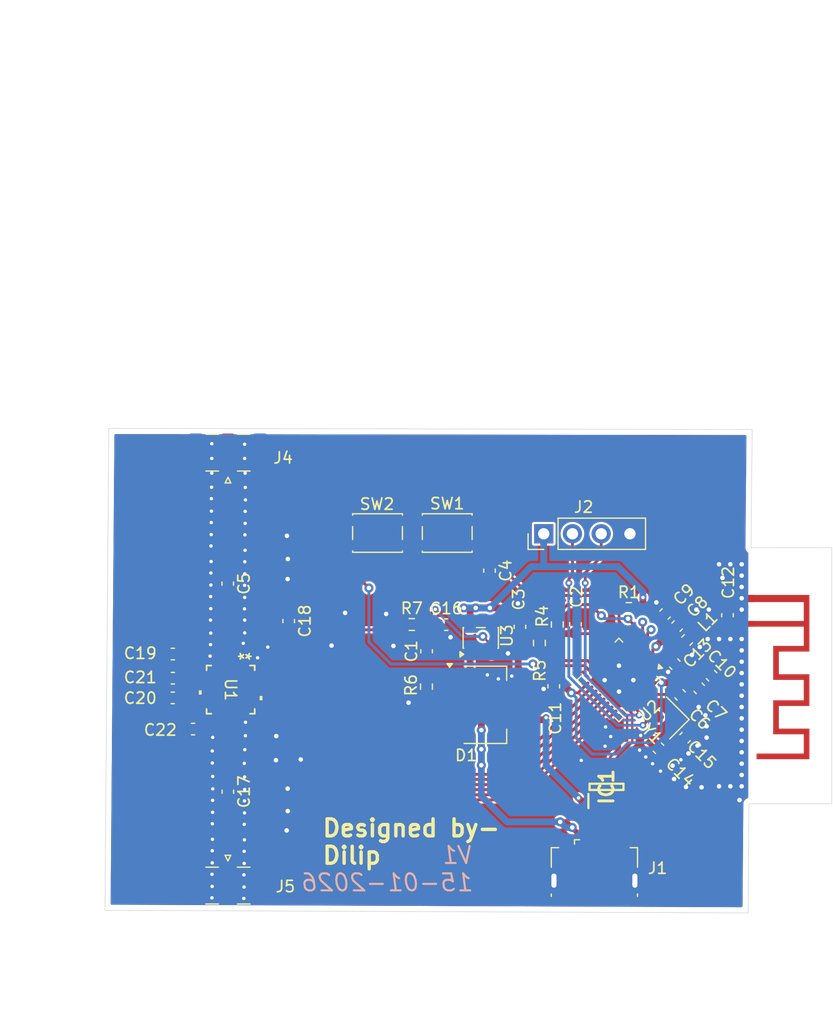
<source format=kicad_pcb>
(kicad_pcb (version 20241229) (generator "pcbnew") (generator_version "9.0")
  (layers (0 "F.Cu" signal) (2 "B.Cu" signal) (13 "F.Paste" user) (15 "B.Paste" user) (5 "F.SilkS" user "F.Silkscreen") (7 "B.SilkS" user "B.Silkscreen") (1 "F.Mask" user) (3 "B.Mask" user) (25 "Edge.Cuts" user))
  (net 0 "")
  (net 1 "GND")
  (net 2 "VDD")
  (net 3 "+3V3")
  (net 4 "/EN")
  (net 5 "Net-(U1-RF1)")
  (net 6 "Net-(J4-In)")
  (net 7 "Net-(AE1-A)")
  (net 8 "/ANT")
  (net 9 "Net-(U2-XTAL_N)")
  (net 10 "Net-(U2-XTAL_P)")
  (net 11 "Net-(U3-EN)")
  (net 12 "Net-(U1-RF2)")
  (net 13 "Net-(J5-In)")
  (net 14 "Net-(U1-ACG1)")
  (net 15 "Net-(U1-ACG6)")
  (net 16 "Net-(U1-ACG5)")
  (net 17 "Net-(U1-ACG7)")
  (net 18 "/VIN")
  (net 19 "/USB_+5V")
  (net 20 "/USB_D-")
  (net 21 "/D_N")
  (net 22 "/USB_D+")
  (net 23 "/D_P")
  (net 24 "/GPIO0")
  (net 25 "/GPIO2")
  (net 26 "/GPIO8")
  (net 27 "/BOOT")
  (net 28 "/TX")
  (net 29 "/RX")
  (net 41 "/V1")
  (net 42 "/V4")
  (net 43 "/V2")
  (net 44 "/V6")
  (net 45 "/V3")
  (net 46 "/V5")
  (net 51 "unconnected-(U2-XTAL_32K_N{slash}ADC1_CH1-Pad5)")
  (footprint "Connector_USB:USB_Micro-B_GCT_USB3076-30-A" (layer "F.Cu") (at 114.46 67.77)
    (property "Reference" "J1")
    (property "Value" "USB_B_Micro")
  )
  (footprint "MIFA_PCB_ANT:ESPRESSIF_ESP32_MIFA_2.4GHz_Right" (layer "F.Cu") (at 128.31 46.45 -90)
    (property "Reference" "AE1" (hide yes))
    (property "Value" "Antenna_Shield" (hide yes))
  )
  (footprint "Capacitor_SMD:C_0603_1608Metric" (layer "F.Cu") (at 99.63 48.725 -90)
    (property "Reference" "C1")
    (property "Value" "100n" (hide yes))
  )
  (footprint "Capacitor_SMD:C_0603_1608Metric" (layer "F.Cu") (at 105.19 41.605 -90)
    (property "Reference" "C4")
    (property "Value" "1u" (hide yes))
  )
  (footprint "Resistor_SMD:R_0603_1608Metric" (layer "F.Cu") (at 99.62 51.844 -90)
    (property "Reference" "R6")
    (property "Value" "10k" (hide yes))
  )
  (footprint "HMC472LP4:SMT_24_ADI" (layer "F.Cu") (at 82.314999 52.108299 -90)
    (property "Reference" "U1")
    (property "Value" "107010-HMC472LP4" (hide yes))
  )
  (footprint "Capacitor_SMD:C_0603_1608Metric" (layer "F.Cu") (at 120.121992 57.281992 -45)
    (property "Reference" "C14")
    (property "Value" "10p" (hide yes))
  )
  (footprint "Capacitor_SMD:C_0603_1608Metric" (layer "F.Cu") (at 124.818008 50.878008 -45)
    (property "Reference" "C10")
    (property "Value" "100n" (hide yes))
  )
  (footprint "Capacitor_SMD:C_0603_1608Metric" (layer "F.Cu") (at 77.21 51.0975 180)
    (property "Reference" "C21")
    (property "Value" "330p" (hide yes))
  )
  (footprint "Resistor_SMD:R_0603_1608Metric" (layer "F.Cu") (at 111.18 46.355 90)
    (property "Reference" "R4")
    (property "Value" "10k")
  )
  (footprint "Capacitor_SMD:C_0603_1608Metric" (layer "F.Cu") (at 82.07 61.12 -90)
    (property "Reference" "C17")
    (property "Value" "1000p" (hide yes))
  )
  (footprint "Capacitor_SMD:C_0603_1608Metric" (layer "F.Cu") (at 82.06 42.75 -90)
    (property "Reference" "C5")
    (property "Value" "1000p" (hide yes))
  )
  (footprint "Capacitor_SMD:C_0603_1608Metric" (layer "F.Cu") (at 122.471992 56.348008 -135)
    (property "Reference" "C15")
    (property "Value" "10p" (hide yes))
  )
  (footprint "Button_Switch_SMD:SW_SPST_PTS810" (layer "F.Cu") (at 95.295 38.285 180)
    (property "Reference" "SW2")
    (property "Value" "SW_Push" (hide yes))
  )
  (footprint "Resistor_SMD:R_0603_1608Metric" (layer "F.Cu") (at 109.6 47.995 -90)
    (property "Reference" "R5")
    (property "Value" "10k" (hide yes))
  )
  (footprint "Capacitor_SMD:C_0603_1608Metric" (layer "F.Cu") (at 121.57 49.86 -45)
    (property "Reference" "C13")
    (property "Value" "5.3pF" (hide yes))
  )
  (footprint "Capacitor_SMD:C_0603_1608Metric" (layer "F.Cu") (at 101.365 46.37)
    (property "Reference" "C16")
    (property "Value" "100n")
  )
  (footprint "Connector_Coaxial:SMA_Samtec_SMA-J-P-H-ST-EM1_EdgeMount" (layer "F.Cu") (at 82.08 31.1025 90)
    (property "Reference" "J4")
    (property "Value" "Conn_Coaxial" (hide yes))
  )
  (footprint "Capacitor_SMD:C_0603_1608Metric" (layer "F.Cu") (at 87.445 46.0525 -90)
    (property "Reference" "C18")
    (property "Value" "1000p" (hide yes))
  )
  (footprint "Capacitor_SMD:C_0603_1608Metric" (layer "F.Cu") (at 77.2 52.8375 180)
    (property "Reference" "C20")
    (property "Value" "330p" (hide yes))
  )
  (footprint "Inductor_SMD:L_0603_1608Metric" (layer "F.Cu") (at 122.653153 47.726847 45)
    (property "Reference" "L1")
    (property "Value" "1.8 nH" (hide yes))
  )
  (footprint "Button_Switch_SMD:SW_SPST_PTS810" (layer "F.Cu") (at 101.455 38.285)
    (property "Reference" "SW1")
    (property "Value" "SW_Push" (hide yes))
  )
  (footprint "Capacitor_SMD:C_0603_1608Metric" (layer "F.Cu") (at 77.205 48.9675 180)
    (property "Reference" "C19")
    (property "Value" "330p" (hide yes))
  )
  (footprint "Capacitor_SMD:C_0603_1608Metric" (layer "F.Cu") (at 112.79 46.335 90)
    (property "Reference" "C2")
    (property "Value" "1u")
  )
  (footprint "Connector_PinHeader_2.54mm:PinHeader_1x04_P2.54mm_Vertical" (layer "F.Cu") (at 109.98 38.35 90)
    (property "Reference" "J2")
    (property "Value" "Conn_01x04_Pin" (hide yes))
  )
  (footprint "Package_DFN_QFN:QFN-32-1EP_5x5mm_P0.5mm_EP3.45x3.45mm" (layer "F.Cu") (at 116.625 51.26399 -135)
    (property "Reference" "U2")
    (property "Value" "ESP32-C3")
  )
  (footprint "Resistor_SMD:R_0603_1608Metric" (layer "F.Cu") (at 98.325 46.36)
    (property "Reference" "R7")
    (property "Value" "10k" (hide yes))
  )
  (footprint "Capacitor_SMD:C_0603_1608Metric" (layer "F.Cu") (at 78.995 55.59 180)
    (property "Reference" "C22")
    (property "Value" "330p" (hide yes))
  )
  (footprint "Crystal:Crystal_SMD_2016-4Pin_2.0x1.6mm" (layer "F.Cu") (at 120.976066 54.603883 135)
    (property "Reference" "Y1")
    (property "Value" "40MHz" (hide yes))
  )
  (footprint "Capacitor_SMD:C_0603_1608Metric" (layer "F.Cu") (at 123.718008 51.998008 -45)
    (property "Reference" "C7")
    (property "Value" "10u" (hide yes))
  )
  (footprint "Capacitor_SMD:C_0603_1608Metric" (layer "F.Cu") (at 126.22 45.535 90)
    (property "Reference" "C12")
    (property "Value" "3.9 pF" (hide yes))
  )
  (footprint "Package_TO_SOT_SMD:SOT-223" (layer "F.Cu") (at 104.8 53.45)
    (property "Reference" "D1")
    (property "Value" "BAT120C" (hide yes))
  )
  (footprint "Package_TO_SOT_SMD:SOT-23-5" (layer "F.Cu") (at 104.42 47.5425 90)
    (property "Reference" "U3")
    (property "Value" "AP2112K-3.3" (hide yes))
  )
  (footprint "STF202:SOT95P275X110-6N" (layer "F.Cu") (at 115.53 60.69 90)
    (property "Reference" "IC1")
    (property "Value" "STF202-22T1G" (hide yes))
  )
  (footprint "Capacitor_SMD:C_0603_1608Metric" (layer "F.Cu") (at 120.708008 45.431992 45)
    (property "Reference" "C9")
    (property "Value" "1u" (hide yes))
  )
  (footprint "Capacitor_SMD:C_0603_1608Metric" (layer "F.Cu") (at 110.87 51.815 -90)
    (property "Reference" "C11")
    (property "Value" "0.1u" (hide yes))
  )
  (footprint "Connector_Coaxial:SMA_Samtec_SMA-J-P-H-ST-EM1_EdgeMount" (layer "F.Cu") (at 82.075 69.49 -90)
    (property "Reference" "J5")
    (property "Value" "Conn_Coaxial" (hide yes))
  )
  (footprint "Capacitor_SMD:C_0603_1608Metric" (layer "F.Cu") (at 121.771992 46.498008 45)
    (property "Reference" "C8")
    (property "Value" "10u" (hide yes))
  )
  (footprint "Capacitor_SMD:C_0603_1608Metric" (layer "F.Cu") (at 122.03 52.57 -45)
    (property "Reference" "C6")
    (property "Value" "100n" (hide yes))
  )
  (footprint "Resistor_SMD:R_0603_1608Metric" (layer "F.Cu") (at 117.505 44.95)
    (property "Reference" "R1")
    (property "Value" "10k")
  )
  (footprint "Capacitor_SMD:C_0603_1608Metric" (layer "F.Cu") (at 107.88 46.565 90)
    (property "Reference" "C3")
    (property "Value" "10u" (hide yes))
  )
  (gr_poly (pts (xy 128.459536 46.319003) (xy 127.399536 46.749003) (xy 127.139536 46.749003) (xy 127.139536 45.909003) (xy 127.399536 45.909003)) (stroke (width 0.2)) (fill yes) (layer "F.Cu") (net 7))
  (gr_poly (pts (xy 121.403602 49.564552) (xy 121.104 49.854) (xy 120.274 50.094) (xy 120.554 49.224) (xy 120.804 48.974)) (stroke (width 0.2)) (fill yes) (layer "F.Cu") (net 8))
  (gr_poly (pts (xy 71.54 29.05) (xy 128.4 29.14) (xy 128.3 39.57) (xy 135.43 39.58) (xy 135.43 62.19) (xy 128.12 62.19) (xy 128.04 71.82) (xy 71.21 71.59) (xy 71.55 29.08)) (stroke (width 0.05)) (fill no) (layer "Edge.Cuts"))
  (gr_text "Designed by-\nDilip" (at 90.29 67.63 0) (layer "F.SilkS") (effects (font (size 1.5 1.5) (thickness 0.3) (bold yes)) (justify left bottom)))
  (gr_text "V1\n15-01-2026" (at 103.88 70.02 0) (layer "B.SilkS") (effects (font (size 1.5 1.5) (thickness 0.1875) (italic yes)) (justify left bottom mirror)))
  (segment (start 103.53 37.21) (end 93.22 37.21) (width 0.25) (layer "F.Cu") (net 1))
  (segment (start 120.845934 53.916434) (end 120.21305 53.28355) (width 0.25) (layer "F.Cu") (net 1))
  (segment (start 98.631 52.669) (end 98.04 53.26) (width 0.6) (layer "F.Cu") (net 1))
  (segment (start 97.95 49.5) (end 99.63 49.5) (width 0.6) (layer "F.Cu") (net 1))
  (segment (start 106.83 48.916) (end 106.824 48.91) (width 0.25) (layer "F.Cu") (net 1))
  (segment (start 99.62 52.669) (end 98.631 52.669) (width 0.6) (layer "F.Cu") (net 1))
  (segment (start 102.174 47.055006) (end 101.746465 47.482541) (width 0.6) (layer "F.Cu") (net 1))
  (segment (start 106.83 49.97) (end 106.83 48.916) (width 0.25) (layer "F.Cu") (net 1))
  (segment (start 127.507 44.077) (end 127.474 44.044) (width 0.6) (layer "F.Cu") (net 1))
  (segment (start 104.42 48.68) (end 104.42 49.7) (width 0.25) (layer "F.Cu") (net 1))
  (segment (start 102.174 46.344) (end 102.174 47.055006) (width 0.6) (layer "F.Cu") (net 1))
  (segment (start 96.7 48.25) (end 97.95 49.5) (width 0.6) (layer "F.Cu") (net 1))
  (segment (start 104.42 49.7) (end 104.89 50.17) (width 0.25) (layer "F.Cu") (net 1))
  (segment (start 106.63 50.17) (end 106.83 49.97) (width 0.25) (layer "F.Cu") (net 1))
  (segment (start 121.058066 53.938117) (end 120.830117 53.938117) (width 0.25) (layer "F.Cu") (net 1))
  (segment (start 104.89 50.17) (end 106.63 50.17) (width 0.25) (layer "F.Cu") (net 1))
  (segment (start 120.845934 53.938117) (end 120.845934 53.916434) (width 0.25) (layer "F.Cu") (net 1))
  (segment (start 128.308 44.077) (end 127.507 44.077) (width 0.6) (layer "F.Cu") (net 1))
  (via (at 116.634 52.282) (size 0.8) (drill 0.4) (layers "F.Cu" "B.Cu") (net 1))
  (via (at 80.69 67.4) (size 0.6) (drill 0.3) (layers "F.Cu" "B.Cu") (net 1))
  (via (at 83.57 40.82) (size 0.6) (drill 0.3) (layers "F.Cu" "B.Cu") (net 1))
  (via (at 127.28437 61.855748) (size 0.8) (drill 0.4) (layers "F.Cu" "B.Cu") (net 1))
  (via (at 124.27 54.37) (size 0.8) (drill 0.4) (layers "F.Cu" "B.Cu") (net 1))
  (via (at 101.746465 47.482541) (size 0.8) (drill 0.4) (layers "F.Cu" "B.Cu") (net 1))
  (via (at 87.29 38.53) (size 0.8) (drill 0.4) (layers "F.Cu" "B.Cu") (net 1))
  (via (at 80.6 38.42) (size 0.6) (drill 0.3) (layers "F.Cu" "B.Cu") (net 1))
  (via (at 122.1 58.3) (size 0.6) (drill 0.3) (layers "F.Cu" "B.Cu") (net 1))
  (via (at 127.474 43.044) (size 0.8) (drill 0.4) (layers "F.Cu" "B.Cu") (net 1))
  (via (at 96.06 45.424) (size 0.8) (drill 0.4) (layers "F.Cu" "B.Cu") (net 1))
  (via (at 83.54 61.93) (size 0.6) (drill 0.3) (layers "F.Cu" "B.Cu") (net 1))
  (via (at 123.074 49.044) (size 0.8) (drill 0.4) (layers "F.Cu" "B.Cu") (net 1))
  (via (at 127.474 57.644) (size 0.8) (drill 0.4) (layers "F.Cu" "B.Cu") (net 1))
  (via (at 83.56 60.92) (size 0.6) (drill 0.3) (layers "F.Cu" "B.Cu") (net 1))
  (via (at 123.574 57.044) (size 0.8) (drill 0.4) (layers "F.Cu" "B.Cu") (net 1))
  (via (at 80.61 35.25) (size 0.6) (drill 0.3) (layers "F.Cu" "B.Cu") (net 1))
  (via (at 122.774 57.744) (size 0.8) (drill 0.4) (layers "F.Cu" "B.Cu") (net 1))
  (via (at 127.474 55.644) (size 0.8) (drill 0.4) (layers "F.Cu" "B.Cu") (net 1))
  (via (at 115.4 57.1) (size 0.6) (drill 0.3) (layers "F.Cu" "B.Cu") (net 1))
  (via (at 83.55 30.45) (size 0.6) (drill 0.3) (layers "F.Cu" "B.Cu") (net 1))
  (via (at 119.6 58.65) (size 0.6) (drill 0.3) (layers "F.Cu" "B.Cu") (net 1))
  (via (at 123.93 60.73) (size 0.8) (drill 0.4) (layers "F.Cu" "B.Cu") (net 1))
  (via (at 83.55 31.7) (size 0.6) (drill 0.3) (layers "F.Cu" "B.Cu") (net 1))
  (via (at 80.66 70.49) (size 0.6) (drill 0.3) (layers "F.Cu" "B.Cu") (net 1))
  (via (at 83.43 48.02) (size 0.6) (drill 0.3) (layers "F.Cu" "B.Cu") (net 1))
  (via (at 123.674 53.644) (size 0.8) (drill 0.4) (layers "F.Cu" "B.Cu") (net 1))
  (via (at 80.74 60.87) (size 0.6) (drill 0.3) (layers "F.Cu" "B.Cu") (net 1))
  (via (at 127.474 45.044) (size 0.8) (drill 0.4) (layers "F.Cu" "B.Cu") (net 1))
  (via (at 127.474 58.644) (size 0.8) (drill 0.4) (layers "F.Cu" "B.Cu") (net 1))
  (via (at 127.474 52.644) (size 0.8) (drill 0.4) (layers "F.Cu" "B.Cu") (net 1))
  (via (at 127.474 56.644) (size 0.8) (drill 0.4) (layers "F.Cu" "B.Cu") (net 1))
  (via (at 83.55 59.82) (size 0.6) (drill 0.3) (layers "F.Cu" "B.Cu") (net 1))
  (via (at 80.7 58.59) (size 0.6) (drill 0.3) (layers "F.Cu" "B.Cu") (net 1))
  (via (at 83.51 66.38) (size 0.6) (drill 0.3) (layers "F.Cu" "B.Cu") (net 1))
  (via (at 127.474 42.044) (size 0.8) (drill 0.4) (layers "F.Cu" "B.Cu") (net 1))
  (via (at 127.474 54.644) (size 0.8) (drill 0.4) (layers "F.Cu" "B.Cu") (net 1))
  (via (at 107.7 44.5) (size 0.8) (drill 0.4) (layers "F.Cu" "B.Cu") (net 1))
  (via (at 124.474 47.644) (size 0.8) (drill 0.4) (layers "F.Cu" "B.Cu") (net 1))
  (via (at 122.55 60.7) (size 0.8) (drill 0.4) (layers "F.Cu" "B.Cu") (net 1))
  (via (at 96.7 48.25) (size 0.8) (drill 0.4) (layers "F.Cu" "B.Cu") (net 1))
  (via (at 80.71 65.32) (size 0.6) (drill 0.3) (layers "F.Cu" "B.Cu") (net 1))
  (via (at 127.474 53.644) (size 0.8) (drill 0.4) (layers "F.Cu" "B.Cu") (net 1))
  (via (at 80.55 43.89) (size 0.6) (drill 0.3) (layers "F.Cu" "B.Cu") (net 1))
  (via (at 105 50.81) (size 0.6) (drill 0.3) (layers "F.Cu" "B.Cu") (net 1))
  (via (at 80.56 47.12) (size 0.6) (drill 0.3) (layers "F.Cu" "B.Cu") (net 1))
  (via (at 123.474 45.044) (size 0.8) (drill 0.4) (layers "F.Cu" "B.Cu") (net 1))
  (via (at 83.56 47.1) (size 0.6) (drill 0.3) (layers "F.Cu" "B.Cu") (net 1))
  (via (at 121.5 60) (size 0.8) (drill 0.4) (layers "F.Cu" "B.Cu") (net 1))
  (via (at 83.48 70.54) (size 0.6) (drill 0.3) (layers "F.Cu" "B.Cu") (net 1))
  (via (at 125.474 41.044) (size 0.8) (drill 0.4) (layers "F.Cu" "B.Cu") (net 1))
  (via (at 80.65 30.4) (size 0.6) (drill 0.3) (layers "F.Cu" "B.Cu") (net 1))
  (via (at 84.7 49.3) (size 0.6) (drill 0.3) (layers "F.Cu" "B.Cu") (net 1))
  (via (at 127.474 59.644) (size 0.8) (drill 0.4) (layers "F.Cu" "B.Cu") (net 1))
  (via (at 85.6 48.35) (size 0.6) (drill 0.3) (layers "F.Cu" "B.Cu") (net 1))
  (via (at 80.6 37.36) (size 0.6) (drill 0.3) (layers "F.Cu" "B.Cu") (net 1))
  (via (at 80.69 66.33) (size 0.6) (drill 0.3) (layers "F.Cu" "B.Cu") (net 1))
  (via (at 115.9 56.25) (size 0.6) (drill 0.3) (layers "F.Cu" "B.Cu") (net 1))
  (via (at 116.634 49.996) (size 0.8) (drill 0.4) (layers "F.Cu" "B.Cu") (net 1))
  (via (at 113.3 58.35) (size 0.6) (drill 0.3) (layers "F.Cu" "B.Cu") (net 1))
  (via (at 87.35 42.35) (size 0.8) (drill 0.4) (layers "F.Cu" "B.Cu") (net 1))
  (via (at 127.474 60.644) (size 0.8) (drill 0.4) (layers "F.Cu" "B.Cu") (net 1))
  (via (at 80.67 68.41) (size 0.6) (drill 0.3) (layers "F.Cu" "B.Cu") (net 1))
  (via (at 124.374 55.344) (size 0.8) (drill 0.4) (layers "F.Cu" "B.Cu") (net 1))
  (via (at 127.474 51.644) (size 0.8) (drill 0.4) (layers "F.Cu" "B.Cu") (net 1))
  (via (at 80.72 62.94) (size 0.6) (drill 0.3) (layers "F.Cu" "B.Cu") (net 1))
  (via (at 86.35 56.21) (size 0.8) (drill 0.4) (layers "F.Cu" "B.Cu") (net 1))
  (via (at 87.27 64.54) (size 0.8) (drill 0.4) (layers "F.Cu" "B.Cu") (net 1))
  (via (at 83.6 36.37) (size 0.6) (drill 0.3) (layers "F.Cu" "B.Cu") (net 1))
  (via (at 115.45 55.4) (size 0.6) (drill 0.3) (layers "F.Cu" "B.Cu") (net 1))
  (via (at 80.58 39.43) (size 0.6) (drill 0.3) (layers "F.Cu" "B.Cu") (net 1))
  (via (at 80.5 49.15) (size 0.6) (drill 0.3) (layers "F.Cu" "B.Cu") (net 1))
  (via (at 83.62 56.18) (size 0.6) (drill 0.3) (layers "F.Cu" "B.Cu") (net 1))
  (via (at 83.57 57.41) (size 0.6) (drill 0.3) (layers "F.Cu" "B.Cu") (net 1))
  (via (at 83.55 42.9) (size 0.6) (drill 0.3) (layers "F.Cu" "B.Cu") (net 1))
  (via (at 80.65 31.7) (size 0.6) (drill 0.3) (layers "F.Cu" "B.Cu") (net 1))
  (via (at 83.57 41.89) (size 0.6) (drill 0.3) (layers "F.Cu" "B.Cu") (net 1))
  (via (at 83.6 33) (size 0.6) (drill 0.3) (layers "F.Cu" "B.Cu") (net 1))
  (via (at 87.36 62.83) (size 0.8) (drill 0.4) (layers "F.Cu" "B.Cu") (net 1))
  (via (at 83.53 65.37) (size 0.6) (drill 0.3) (layers "F.Cu" "B.Cu") (net 1))
  (via (at 127.474 44.044) (size 0.8) (drill 0.4) (layers "F.Cu" "B.Cu") (net 1))
  (via (at 80.59 40.8) (size 0.6) (drill 0.3) (layers "F.Cu" "B.Cu") (net 1))
  (via (at 80.57 41.81) (size 0.6) (drill 0.3) (layers "F.Cu" "B.Cu") (net 1))
  (via (at 80.63 34.24) (size 0.6) (drill 0.3) (layers "F.Cu" "B.Cu") (net 1))
  (via (at 120.974 50.544) (size 0.8) (drill 0.4) (layers "F.Cu" "B.Cu") (net 1))
  (via (at 87.35 60.846) (size 0.8) (drill 0.4) (layers "F.Cu" "B.Cu") (net 1))
  (via (at 125.474 47.644) (size 0.8) (drill 0.4) (layers "F.Cu" "B.Cu") (net 1))
  (via (at 118.45 57.45) (size 0.6) (drill 0.3) (layers "F.Cu" "B.Cu") (net 1))
  (via (at 80.73 56.32) (size 0.6) (drill 0.3) (layers "F.Cu" "B.Cu") (net 1))
  (via (at 123.774 48.344) (size 0.8) (drill 0.4) (layers "F.Cu" "B.Cu") (net 1))
  (via (at 80.68 69.48) (size 0.6) (drill 0.3) (layers "F.Cu" "B.Cu") (net 1))
  (via (at 80.69 57.52) (size 0.6) (drill 0.3) (layers "F.Cu" "B.Cu") (net 1))
  (via (at 119.936 44.408) (size 0.8) (drill 0.4) (layers "F.Cu" "B.Cu") (net 1))
  (via (at 80.72 61.88) (size 0.6) (drill 0.3) (layers "F.Cu" "B.Cu") (net 1))
  (via (at 118.55 56.15) (size 0.6) (drill 0.3) (layers "F.Cu" "B.Cu") (net 1))
  (via (at 86.32 58.34) (size 0.8) (drill 0.4) (layers "F.Cu" "B.Cu") (net 1))
  (via (at 80.62 36.35) (size 0.6) (drill 0.3) (layers "F.Cu" "B.Cu") (net 1))
  (via (at 83.52 64) (size 0.6) (drill 0.3) (layers "F.Cu" "B.Cu") (net 1))
  (via (at 126.474 41.044) (size 0.8) (drill 0.4) (layers "F.Cu" "B.Cu") (net 1))
  (via (at 80.73 59.77) (size 0.6) (drill 0.3) (layers "F.Cu" "B.Cu") (net 1))
  (via (at 80.65 33) (size 0.6) (drill 0.3) (layers "F.Cu" "B.Cu") (net 1))
  (via (at 80.54 45.97) (size 0.6) (drill 0.3) (layers "F.Cu" "B.Cu") (net 1))
  (via (at 83.54 44.98) (size 0.6) (drill 0.3) (layers "F.Cu" "B.Cu") (net 1))
  (via (at 126.474 60.644) (size 0.8) (drill 0.4) (layers "F.Cu" "B.Cu") (net 1))
  (via (at 106.824 48.91) (size 0.8) (drill 0.4) (layers "F.Cu" "B.Cu") (net 1))
  (via (at 127.474 48.644) (size 0.8) (drill 0.4) (layers "F.Cu" "B.Cu") (net 1))
  (via (at 83.53 58.62) (size 0.6) (drill 0.3) (layers "F.Cu" "B.Cu") (net 1))
  (via (at 121.37 58.82) (size 0.8) (drill 0.4) (layers "F.Cu" "B.Cu") (net 1))
  (via (at 125.474 60.644) (size 0.8) (drill 0.4) (layers "F.Cu" "B.Cu") (net 1))
  (via (at 83.62 35.36) (size 0.6) (drill 0.3) (layers "F.Cu" "B.Cu") (net 1))
  (via (at 83.54 62.99) (size 0.6) (drill 0.3) (layers "F.Cu" "B.Cu") (net 1))
  (via (at 80.7 63.95) (size 0.6) (drill 0.3) (layers "F.Cu" "B.Cu") (net 1))
  (via (at 124.374 56.344) (size 0.8) (drill 0.4) (layers "F.Cu" "B.Cu") (net 1))
  (via (at 105.97 51.16) (size 0.6) (drill 0.3) (layers "F.Cu" "B.Cu") (net 1))
  (via (at 80.57 42.88) (size 0.6) (drill 0.3) (layers "F.Cu" "B.Cu") (net 1))
  (via (at 124.574 45.044) (size 0.8) (drill 0.4) (layers "F.Cu" "B.Cu") (net 1))
  (via (at 80.54 48.13) (size 0.6) (drill 0.3) (layers "F.Cu" "B.Cu") (net 1))
  (via (at 125.774 42.244) (size 0.8) (drill 0.4) (layers "F.Cu" "B.Cu") (net 1))
  (via (at 115.364 51.266) (size 0.8) (drill 0.4) (layers "F.Cu" "B.Cu") (net 1))
  (via (at 119 58.05) (size 0.6) (drill 0.3) (layers "F.Cu" "B.Cu") (net 1))
  (via (at 98.04 53.26) (size 0.8) (drill 0.4) (layers "F.Cu" "B.Cu") (net 1))
  (via (at 91.234 48.218) (size 0.8) (drill 0.4) (layers "F.Cu" "B.Cu") (net 1))
  (via (at 83.63 54.99) (size 0.6) (drill 0.3) (layers "F.Cu" "B.Cu") (net 1))
  (via (at 127.474 50.644) (size 0.8) (drill 0.4) (layers "F.Cu" "B.Cu") (net 1))
  (via (at 83.56 45.97) (size 0.6) (drill 0.3) (layers "F.Cu" "B.Cu") (net 1))
  (via (at 92.43 45.33) (size 0.8) (drill 0.4) (layers "F.Cu" "B.Cu") (net 1))
  (via (at 109.974 52.044) (size 0.8) (drill 0.4) (layers "F.Cu" "B.Cu") (net 1))
  (via (at 83.61 34.26) (size 0.6) (drill 0.3) (layers "F.Cu" "B.Cu") (net 1))
  (via (at 83.59 39.81) (size 0.6) (drill 0.3) (layers "F.Cu" "B.Cu") (net 1))
  (via (at 83.56 43.97) (size 0.6) (drill 0.3) (layers "F.Cu" "B.Cu") (net 1))
  (via (at 83.58 38.44) (size 0.6) (drill 0.3) (layers "F.Cu" "B.Cu") (net 1))
  (via (at 127.474 49.644) (size 0.8) (drill 0.4) (layers "F.Cu" "B.Cu") (net 1))
  (via (at 83.51 67.45) (size 0.6) (drill 0.3) (layers "F.Cu" "B.Cu") (net 1))
  (via (at 83.5 69.53) (size 0.6) (drill 0.3) (layers "F.Cu" "B.Cu") (net 1))
  (via (at 88.51 58.27) (size 0.8) (drill 0.4) (layers "F.Cu" "B.Cu") (net 1))
  (via (at 127.474 41.044) (size 0.8) (drill 0.4) (layers "F.Cu" "B.Cu") (net 1))
  (via (at 87.37 40.58) (size 0.8) (drill 0.4) (layers "F.Cu" "B.Cu") (net 1))
  (via (at 117.904 51.266) (size 0.8) (drill 0.4) (layers "F.Cu" "B.Cu") (net 1))
  (via (at 83.6 37.43) (size 0.6) (drill 0.3) (layers "F.Cu" "B.Cu") (net 1))
  (via (at 83.49 68.46) (size 0.6) (drill 0.3) (layers "F.Cu" "B.Cu") (net 1))
  (via (at 107.16 50.91) (size 0.6) (drill 0.3) (layers "F.Cu" "B.Cu") (net 1))
  (via (at 80.56 44.96) (size 0.6) (drill 0.3) (layers "F.Cu" "B.Cu") (net 1))
  (via (at 127.474 47.644) (size 0.8) (drill 0.4) (layers "F.Cu" "B.Cu") (net 1))
  (via (at 120.3 59.3) (size 0.6) (drill 0.3) (layers "F.Cu" "B.Cu") (net 1))
  (via (at 126.474 47.644) (size 0.8) (drill 0.4) (layers "F.Cu" "B.Cu") (net 1))
  (segment (start 85.5825 46.8275) (end 87.445 46.8275) (width 0.25) (layer "F.Cu") (net 2))
  (segment (start 103.474 50.514) (end 103.474 48.6815) (width 0.6) (layer "F.Cu") (net 2))
  (segment (start 103.474 48.6815) (end 103.2405 48.448) (width 0.6) (layer "F.Cu") (net 2))
  (segment (start 99.09 47.95) (end 99.63 47.95) (width 0.6) (layer "F.Cu") (net 2))
  (segment (start 97.0325 46.8275) (end 97.5 46.36) (width 0.25) (layer "F.Cu") (net 2))
  (segment (start 103.2405 48.448) (end 100.153 48.448) (width 0.6) (layer "F.Cu") (net 2))
  (segment (start 109.27 54.77) (end 110 54.77) (width 0.6) (layer "F.Cu") (net 2))
  (segment (start 83.065 49.345) (end 85.5825 46.8275) (width 0.25) (layer "F.Cu") (net 2))
  (segment (start 108.1 52.384) (end 108.1 52.57) (width 0.6) (layer "F.Cu") (net 2))
  (segment (start 100.153 48.448) (end 99.674 47.969) (width 0.6) (layer "F.Cu") (net 2))
  (segment (start 108.026 52.644) (end 105.604 52.644) (width 0.6) (layer "F.Cu") (net 2))
  (segment (start 108.1 52.57) (end 108.026 52.644) (width 0.6) (layer "F.Cu") (net 2))
  (segment (start 83.065 50.159098) (end 83.065 49.345) (width 0.25) (layer "F.Cu") (net 2))
  (segment (start 97.5 46.36) (end 99.09 47.95) (width 0.6) (layer "F.Cu") (net 2))
  (segment (start 114.58 61.94) (end 113.32 61.94) (width 0.6) (layer "F.Cu") (net 2))
  (segment (start 105.604 52.644) (end 103.474 50.514) (width 0.6) (layer "F.Cu") (net 2))
  (segment (start 87.445 46.8275) (end 97.0325 46.8275) (width 0.25) (layer "F.Cu") (net 2))
  (segment (start 110 54.77) (end 110.19 54.58) (width 0.6) (layer "F.Cu") (net 2))
  (segment (start 113.32 61.94) (end 113.05 61.67) (width 0.6) (layer "F.Cu") (net 2))
  (segment (start 107.95 53.45) (end 109.27 54.77) (width 0.6) (layer "F.Cu") (net 2))
  (segment (start 108.608 53.668) (end 108.608 54.568) (width 0.6) (layer "F.Cu") (net 2))
  (via (at 113.05 61.67) (size 0.6) (drill 0.3) (layers "F.Cu" "B.Cu") (net 2))
  (via (at 110.19 54.58) (size 0.6) (drill 0.3) (layers "F.Cu" "B.Cu") (net 2))
  (segment (start 110.19 58.81) (end 110.19 54.58) (width 0.6) (layer "B.Cu") (net 2))
  (segment (start 113.05 61.67) (end 110.19 58.81) (width 0.6) (layer "B.Cu") (net 2))
  (segment (start 112.425 52.395) (end 112.12 52.09) (width 0.6) (layer "F.Cu") (net 3))
  (segment (start 112.724 47.169) (end 112.774 47.119) (width 0.6) (layer "F.Cu") (net 3))
  (segment (start 120.374 51.494) (end 119.853146 51.494) (width 0.25) (layer "F.Cu") (net 3))
  (segment (start 111.099 51.069) (end 109.899 51.069) (width 0.6) (layer "F.Cu") (net 3))
  (segment (start 106.59 47.34) (end 107.88 47.34) (width 0.6) (layer "F.Cu") (net 3))
  (segment (start 112.425 52.395) (end 111.099 51.069) (width 0.6) (layer "F.Cu") (net 3))
  (segment (start 119.093984 44.916) (end 120.149992 45.972008) (width 0.6) (layer "F.Cu") (net 3))
  (segment (start 103.374 44.894) (end 103.974 44.894) (width 0.25) (layer "F.Cu") (net 3))
  (segment (start 121.165992 47.025548) (end 119.89754 48.294) (width 0.6) (layer "F.Cu") (net 3))
  (segment (start 119.241456 50.426311) (end 119.241456 50.42631) (width 0.25) (layer "F.Cu") (net 3))
  (segment (start 103.474 44.994) (end 103.374 44.894) (width 0.25) (layer "F.Cu") (net 3))
  (segment (start 119.241456 52.105689) (end 119.241457 52.105689) (width 0.25) (layer "F.Cu") (net 3))
  (segment (start 119.853146 51.494) (end 119.59501 51.752136) (width 0.25) (layer "F.Cu") (net 3))
  (segment (start 119.241457 52.105689) (end 119.59501 51.752136) (width 0.25) (layer "F.Cu") (net 3))
  (segment (start 109.474 47.119) (end 109.574 47.219) (width 0.6) (layer "F.Cu") (net 3))
  (segment (start 119.62256 48.56898) (end 119.89754 48.294) (width 0.25) (layer "F.Cu") (net 3))
  (segment (start 123.175992 51.445992) (end 122.633992 51.987992) (width 0.6) (layer "F.Cu") (net 3))
  (segment (start 118.887903 50.072757) (end 118.895243 50.072757) (width 0.25) (layer "F.Cu") (net 3))
  (segment (start 113.023 52.395) (end 113.665864 51.752136) (width 0.25) (layer "F.Cu") (net 3))
  (segment (start 119.241456 50.42631) (end 118.887903 50.072757) (width 0.25) (layer "F.Cu") (net 3))
  (segment (start 118.887903 50.072757) (end 119.62256 49.3381) (width 0.25) (layer "F.Cu") (net 3))
  (segment (start 106.48 47.25) (end 106.58 47.35) (width 0.6) (layer "F.Cu") (net 3))
  (segment (start 109.574 50.744) (end 108.274 50.744) (width 0.6) (layer "F.Cu") (net 3))
  (segment (start 106.58 47.35) (end 106.59 47.34) (width 0.6) (layer "F.Cu") (net 3))
  (segment (start 121.419992 51.987992) (end 120.926 51.494) (width 0.6) (layer "F.Cu") (net 3))
  (segment (start 106.48 45.32) (end 106.48 47.25) (width 0.6) (layer "F.Cu") (net 3))
  (segment (start 118.75 43.969) (end 118.75 44.53) (width 0.6) (layer "F.Cu") (net 3))
  (segment (start 114.742 48.31334) (end 114.742 47.862) (width 0.25) (layer "F.Cu") (net 3))
  (segment (start 107.724 47.119) (end 109.474 47.119) (width 0.6) (layer "F.Cu") (net 3))
  (segment (start 114.049 47.169) (end 112.824 47.169) (width 0.25) (layer "F.Cu") (net 3))
  (segment (start 112.425 52.395) (end 113.023 52.395) (width 0.25) (layer "F.Cu") (net 3))
  (segment (start 103.474 46.4065) (end 103.474 44.994) (width 0.6) (layer "F.Cu") (net 3))
  (segment (start 120.149992 45.972008) (end 121.165992 46.988008) (width 0.6) (layer "F.Cu") (net 3))
  (segment (start 120.926 51.494) (end 120.374 51.494) (width 0.6) (layer "F.Cu") (net 3))
  (segment (start 114.742 47.862) (end 114.049 47.169) (width 0.25) (layer "F.Cu") (net 3))
  (segment (start 124.275992 50.345992) (end 123.175992 51.445992) (width 0.6) (layer "F.Cu") (net 3))
  (segment (start 122.633992 51.987992) (end 121.419992 51.987992) (width 0.6) (layer "F.Cu") (net 3))
  (segment (start 109.574 47.219) (end 111.124 47.219) (width 0.6) (layer "F.Cu") (net 3))
  (segment (start 111.174 47.169) (end 112.724 47.169) (width 0.6) (layer "F.Cu") (net 3))
  (segment (start 111.124 47.219) (end 111.174 47.169) (width 0.6) (layer "F.Cu") (net 3))
  (segment (start 119.62256 49.3381) (end 119.62256 48.56898) (width 0.25) (layer "F.Cu") (net 3))
  (segment (start 102.924 44.894) (end 105.224 44.894) (width 0.6) (layer "F.Cu") (net 3))
  (segment (start 112.824 47.169) (end 112.774 47.119) (width 0.25) (layer "F.Cu") (net 3))
  (segment (start 105.224 44.894) (end 106.054 44.894) (width 0.6) (layer "F.Cu") (net 3))
  (segment (start 108.274 50.744) (end 107.724 50.194) (width 0.6) (layer "F.Cu") (net 3))
  (segment (start 118.75 44.53) (end 118.33 44.95) (width 0.6) (layer "F.Cu") (net 3))
  (segment (start 118.221 44.916) (end 119.093984 44.916) (width 0.6) (layer "F.Cu") (net 3))
  (segment (start 107.724 50.194) (end 107.724 47.119) (width 0.6) (layer "F.Cu") (net 3))
  (segment (start 113.665864 51.752136) (end 113.67299 51.752136) (width 0.25) (layer "F.Cu") (net 3))
  (segment (start 106.054 44.894) (end 106.48 45.32) (width 0.6) (layer "F.Cu") (net 3))
  (segment (start 121.165992 46.988008) (end 121.165992 47.025548) (width 0.25) (layer "F.Cu") (net 3))
  (segment (start 109.899 51.069) (end 109.574 50.744) (width 0.6) (layer "F.Cu") (net 3))
  (segment (start 115.440757 49.012097) (end 114.742 48.31334) (width 0.25) (layer "F.Cu") (net 3))
  (via (at 120.374 51.494) (size 0.8) (drill 0.4) (layers "F.Cu" "B.Cu") (net 3))
  (via (at 105.224 44.894) (size 0.8) (drill 0.4) (layers "F.Cu" "B.Cu") (net 3))
  (via (at 103.974 44.894) (size 0.8) (drill 0.4) (layers "F.Cu" "B.Cu") (net 3))
  (via (at 112.425 52.395) (size 0.8) (drill 0.4) (layers "F.Cu" "B.Cu") (net 3))
  (via (at 118.75 43.969) (size 0.6) (drill 0.3) (layers "F.Cu" "B.Cu") (net 3))
  (via (at 119.89754 48.294) (size 0.8) (drill 0.4) (layers "F.Cu" "B.Cu") (net 3))
  (via (at 102.924 44.894) (size 0.8) (drill 0.4) (layers "F.Cu" "B.Cu") (net 3))
  (segment (start 109.99 41.25) (end 116.54 41.25) (width 0.6) (layer "B.Cu") (net 3))
  (segment (start 102.924 44.894) (end 105.224 44.894) (width 0.6) (layer "B.Cu") (net 3))
  (segment (start 114.275 57.8) (end 116.45 57.8) (width 0.25) (layer "B.Cu") (net 3))
  (segment (start 117.45 56.8) (end 119.4 56.8) (width 0.25) (layer "B.Cu") (net 3))
  (segment (start 112.85 56.375) (end 114.275 57.8) (width 0.25) (layer "B.Cu") (net 3))
  (segment (start 116.45 57.8) (end 117.45 56.8) (width 0.25) (layer "B.Cu") (net 3))
  (segment (start 120.374 55.826) (end 120.374 51.494) (width 0.25) (layer "B.Cu") (net 3))
  (segment (start 116.54 41.25) (end 118.75 43.46) (width 0.6) (layer "B.Cu") (net 3))
  (segment (start 109.98 38.35) (end 109.98 41.24) (width 0.6) (layer "B.Cu") (net 3))
  (segment (start 118.75 43.46) (end 118.75 43.969) (width 0.6) (layer "B.Cu") (net 3))
  (segment (start 105.224 44.894) (end 108.868 41.25) (width 0.6) (layer "B.Cu") (net 3))
  (segment (start 112.425 52.395) (end 112.85 52.82) (width 0.25) (layer "B.Cu") (net 3))
  (segment (start 109.98 41.24) (end 109.99 41.25) (width 0.6) (layer "B.Cu") (net 3))
  (segment (start 119.4 56.8) (end 120.374 55.826) (width 0.25) (layer "B.Cu") (net 3))
  (segment (start 108.868 41.25) (end 109.99 41.25) (width 0.6) (layer "B.Cu") (net 3))
  (segment (start 112.85 52.82) (end 112.85 56.375) (width 0.25) (layer "B.Cu") (net 3))
  (segment (start 115.455 43.8) (end 108.75 43.8) (width 0.25) (layer "F.Cu") (net 4))
  (segment (start 99.38 39.36) (end 103.53 39.36) (width 0.25) (layer "F.Cu") (net 4))
  (segment (start 108.75 43.8) (end 105.87 40.92) (width 0.25) (layer "F.Cu") (net 4))
  (segment (start 105.19 40.83) (end 105 40.83) (width 0.25) (layer "F.Cu") (net 4))
  (segment (start 105.87 40.92) (end 105.28 40.92) (width 0.25) (layer "F.Cu") (net 4))
  (segment (start 116.634718 46.074168) (end 116.634718 44.979718) (width 0.25) (layer "F.Cu") (net 4))
  (segment (start 105 40.83) (end 103.53 39.36) (width 0.25) (layer "F.Cu") (net 4))
  (segment (start 117.816514 47.255964) (end 116.634718 46.074168) (width 0.25) (layer "F.Cu") (net 4))
  (segment (start 116.634718 44.979718) (end 115.455 43.8) (width 0.25) (layer "F.Cu") (net 4))
  (segment (start 117.473689 48.658544) (end 117.816514 48.315719) (width 0.25) (layer "F.Cu") (net 4))
  (segment (start 105.28 40.92) (end 105.19 40.83) (width 0.25) (layer "F.Cu") (net 4))
  (segment (start 117.816514 48.315719) (end 117.816514 47.255964) (width 0.25) (layer "F.Cu") (net 4))
  (segment (start 82.064999 49.007497) (end 82.06 49.002498) (width 0.25) (layer "F.Cu") (net 5))
  (segment (start 82.064999 50.159098) (end 82.064999 49.007497) (width 0.25) (layer "F.Cu") (net 5))
  (segment (start 82.06 43.525) (end 82.06 49.002498) (width 1.3) (layer "F.Cu") (net 5))
  (segment (start 82.08 31.1025) (end 82.08 41.955) (width 1.3) (layer "F.Cu") (net 6))
  (segment (start 127.132 46.326) (end 127.134 46.324) (width 1.04021) (layer "F.Cu") (net 7))
  (segment (start 123.230847 47.187153) (end 124.092 46.326) (width 1.3) (layer "F.Cu") (net 7))
  (segment (start 127.146 46.312) (end 127.134 46.324) (width 0.25) (layer "F.Cu") (net 7))
  (segment (start 126.032 46.326) (end 127.132 46.326) (width 1.3) (layer "F.Cu") (net 7))
  (segment (start 124.092 46.326) (end 126.032 46.326) (width 1.3) (layer "F.Cu") (net 7))
  (segment (start 128.308 46.312) (end 127.146 46.312) (width 0.25) (layer "F.Cu") (net 7))
  (segment (start 119.59501 50.779864) (end 119.595026 50.779864) (width 0.25) (layer "F.Cu") (net 8))
  (segment (start 121.038992 49.335898) (end 121.038992 49.320992) (width 0.25) (layer "F.Cu") (net 8))
  (segment (start 119.59501 50.779864) (end 119.59501 50.764974) (width 0.25) (layer "F.Cu") (net 8))
  (segment (start 122.117153 48.300847) (end 122.072247 48.300847) (width 1.04021) (layer "F.Cu") (net 8))
  (segment (start 122.072247 48.300847) (end 121.045547 49.327547) (width 1.3) (layer "F.Cu") (net 8))
  (segment (start 119.59501 50.764974) (end 121.038992 49.320992) (width 0.25) (layer "F.Cu") (net 8))
  (segment (start 119.387992 55.396059) (end 120.068117 54.715934) (width 0.25) (layer "F.Cu") (net 9))
  (segment (start 120.068117 54.346564) (end 120.068117 54.715934) (width 0.25) (layer "F.Cu") (net 9))
  (segment (start 118.534349 52.812796) (end 120.068117 54.346564) (width 0.25) (layer "F.Cu") (net 9))
  (segment (start 119.387992 56.559992) (end 119.387992 55.396059) (width 0.25) (layer "F.Cu") (net 9))
  (segment (start 119.230727 52.802067) (end 118.887903 52.459243) (width 0.25) (layer "F.Cu") (net 10))
  (segment (start 120.837308 52.536) (end 119.936 52.536) (width 0.25) (layer "F.Cu") (net 10))
  (segment (start 119.669933 52.802067) (end 119.230727 52.802067) (width 0.25) (layer "F.Cu") (net 10))
  (segment (start 123.024008 55.797992) (end 122.705809 55.797992) (width 0.25) (layer "F.Cu") (net 10))
  (segment (start 119.936 52.536) (end 119.669933 52.802067) (width 0.25) (layer "F.Cu") (net 10))
  (segment (start 121.835883 53.534575) (end 120.837308 52.536) (width 0.25) (layer "F.Cu") (net 10))
  (segment (start 121.835883 54.928066) (end 121.835883 53.534575) (width 0.25) (layer "F.Cu") (net 10))
  (segment (start 122.705809 55.797992) (end 121.835883 54.928066) (width 0.25) (layer "F.Cu") (net 10))
  (segment (start 99.7 46.37) (end 99.16 46.37) (width 0.25) (layer "F.Cu") (net 11))
  (segment (start 105.374 48.6815) (end 105.374 49.244) (width 0.25) (layer "F.Cu") (net 11))
  (segment (start 105.37 48.68) (end 105.37 48.185664) (width 0.2) (layer "F.Cu") (net 11))
  (segment (start 100.59 46.37) (end 99.7 46.37) (width 0.25) (layer "F.Cu") (net 11))
  (segment (start 99.7 46.37) (end 99.7 45.72) (width 0.25) (layer "F.Cu") (net 11))
  (segment (start 105.37 48.185664) (end 104.602085 47.417749) (width 0.2) (layer "F.Cu") (net 11))
  (segment (start 99.7 45.72) (end 100.4 45.02) (width 0.25) (layer "F.Cu") (net 11))
  (segment (start 99.16 46.37) (end 99.15 46.36) (width 0.25) (layer "F.Cu") (net 11))
  (via (at 104.602085 47.417749) (size 0.8) (drill 0.4) (layers "F.Cu" "B.Cu") (net 11))
  (via (at 100.4 45.02) (size 0.6) (drill 0.3) (layers "F.Cu" "B.Cu") (net 11))
  (segment (start 102.797749 47.417749) (end 104.602085 47.417749) (width 0.25) (layer "B.Cu") (net 11))
  (segment (start 100.4 45.02) (end 102.797749 47.417749) (width 0.25) (layer "B.Cu") (net 11))
  (segment (start 82.064999 54.0575) (end 82.064999 55.209099) (width 0.25) (layer "F.Cu") (net 12))
  (segment (start 82.07 60.345) (end 82.07 55.2141) (width 1.3) (layer "F.Cu") (net 12))
  (segment (start 82.064999 55.209099) (end 82.07 55.2141) (width 0.25) (layer "F.Cu") (net 12))
  (segment (start 82.07 61.895) (end 82.07 69.485) (width 1.3) (layer "F.Cu") (net 13))
  (segment (start 82.07 69.485) (end 82.075 69.49) (width 1.2) (layer "F.Cu") (net 13))
  (segment (start 80.365798 50.345798) (end 78.9875 48.9675) (width 0.25) (layer "F.Cu") (net 14))
  (segment (start 81.064999 50.159098) (end 80.687999 50.159098) (width 0.25) (layer "F.Cu") (net 14))
  (segment (start 80.687999 50.159098) (end 80.365798 50.481299) (width 0.25) (layer "F.Cu") (net 14))
  (segment (start 80.365798 50.481299) (end 80.365798 50.858299) (width 0.25) (layer "F.Cu") (net 14))
  (segment (start 78.9875 48.9675) (end 77.98 48.9675) (width 0.25) (layer "F.Cu") (net 14))
  (segment (start 80.365798 51.858299) (end 80.365798 50.858299) (width 0.25) (layer "F.Cu") (net 14))
  (segment (start 80.365798 50.858299) (end 80.365798 50.345798) (width 0.25) (layer "F.Cu") (net 14))
  (segment (start 80.365798 52.8583) (end 77.9958 52.8583) (width 0.25) (layer "F.Cu") (net 15))
  (segment (start 77.9958 52.8583) (end 77.975 52.8375) (width 0.25) (layer "F.Cu") (net 15))
  (segment (start 80.365798 52.358299) (end 79.731198 52.358299) (width 0.25) (layer "F.Cu") (net 16))
  (segment (start 78.470399 51.0975) (end 77.985 51.0975) (width 0.25) (layer "F.Cu") (net 16))
  (segment (start 79.731198 52.358299) (end 78.470399 51.0975) (width 0.25) (layer "F.Cu") (net 16))
  (segment (start 81.064999 54.615001) (end 81.064999 54.0575) (width 0.25) (layer "F.Cu") (net 17))
  (segment (start 79.77 55.59) (end 79.925 55.435) (width 0.25) (layer "F.Cu") (net 17))
  (segment (start 80.245 55.435) (end 81.064999 54.615001) (width 0.25) (layer "F.Cu") (net 17))
  (segment (start 79.925 55.435) (end 80.245 55.435) (width 0.25) (layer "F.Cu") (net 17))
  (segment (start 101.634 55.598) (end 101.8 55.598) (width 0.6) (layer "F.Cu") (net 18))
  (segment (start 104.47 54.63) (end 103.61 53.77) (width 0.6) (layer "F.Cu") (net 19))
  (segment (start 103.61 53.77) (end 103.61 52.59) (width 0.6) (layer "F.Cu") (net 19))
  (segment (start 102.17 51.15) (end 101.65 51.15) (width 0.6) (layer "F.Cu") (net 19))
  (segment (start 111.28 63.78) (end 111.98 63.78) (width 0.45) (layer "F.Cu") (net 19))
  (segment (start 103.61 52.59) (end 102.17 51.15) (width 0.6) (layer "F.Cu") (net 19))
  (segment (start 104.47 55.68) (end 104.47 54.63) (width 0.6) (layer "F.Cu") (net 19))
  (segment (start 101.479 51.319) (end 101.8 50.998) (width 0.6) (layer "F.Cu") (net 19))
  (segment (start 111.98 63.78) (end 113.16 64.96) (width 0.45) (layer "F.Cu") (net 19))
  (segment (start 113.16 64.96) (end 113.16 66.32) (width 0.45) (layer "F.Cu") (net 19))
  (segment (start 104.47 57.37) (end 104.47 55.68) (width 0.6) (layer "F.Cu") (net 19))
  (segment (start 101.779 51.019) (end 101.8 50.998) (width 0.6) (layer "F.Cu") (net 19))
  (segment (start 104.47 58.78) (end 104.47 57.37) (width 0.6) (layer "F.Cu") (net 19))
  (segment (start 99.774 51.019) (end 101.779 51.019) (width 0.6) (layer "F.Cu") (net 19))
  (via (at 104.47 58.78) (size 0.8) (drill 0.4) (layers "F.Cu" "B.Cu") (net 19))
  (via (at 111.44 63.78) (size 0.8) (drill 0.4) (layers "F.Cu" "B.Cu") (net 19))
  (via (at 112.5 64.28) (size 0.8) (drill 0.4) (layers "F.Cu" "B.Cu") (net 19))
  (via (at 104.47 57.37) (size 0.8) (drill 0.4) (layers "F.Cu" "B.Cu") (net 19))
  (via (at 104.47 55.68) (size 0.8) (drill 0.4) (layers "F.Cu" "B.Cu") (net 19))
  (segment (start 112.5 64.28) (end 111.94 64.28) (width 0.6) (layer "B.Cu") (net 19))
  (segment (start 106.74 63.78) (end 111.44 63.78) (width 0.6) (layer "B.Cu") (net 19))
  (segment (start 111.94 64.28) (end 111.44 63.78) (width 0.6) (layer "B.Cu") (net 19))
  (segment (start 104.47 61.51) (end 106.74 63.78) (width 0.6) (layer "B.Cu") (net 19))
  (segment (start 104.47 55.68) (end 104.47 61.51) (width 0.6) (layer "B.Cu") (net 19))
  (segment (start 115.839999 59.73) (end 115.59 59.979999) (width 0.2) (layer "F.Cu") (net 20))
  (segment (start 116.506471 57.41533) (end 116.496274 57.425528) (width 0.2) (layer "F.Cu") (net 20))
  (segment (start 117.355 55.673967) (end 117.355 56.323967) (width 0.2) (layer "F.Cu") (net 20))
  (segment (start 117.355 54.43351) (end 117.355 55.673967) (width 0.2) (layer "F.Cu") (net 20))
  (segment (start 116.845464 56.566802) (end 116.675967 56.736298) (width 0.2) (layer "F.Cu") (net 20))
  (segment (start 117.111136 54.225) (end 117.14649 54.225) (width 0.2) (layer "F.Cu") (net 20))
  (segment (start 115.839999 58.081803) (end 115.839999 59.73) (width 0.2) (layer "F.Cu") (net 20))
  (segment (start 117.355 56.323967) (end 117.355 56.566802) (width 0.2) (layer "F.Cu") (net 20))
  (segment (start 116.091973 57.829829) (end 115.839999 58.081803) (width 0.2) (layer "F.Cu") (net 20))
  (segment (start 116.496274 57.425528) (end 116.428364 57.493438) (width 0.2) (layer "F.Cu") (net 20))
  (segment (start 117.14649 54.225) (end 117.355 54.43351) (width 0.2) (layer "F.Cu") (net 20))
  (segment (start 116.428364 57.493438) (end 116.091973 57.829829) (width 0.2) (layer "F.Cu") (net 20))
  (segment (start 116.675967 57.245833) (end 116.506471 57.41533) (width 0.2) (layer "F.Cu") (net 20))
  (arc (start 117.355 56.566802) (mid 117.227616 56.619566) (end 117.100232 56.566802) (width 0.2) (layer "F.Cu") (net 20))
  (arc (start 116.675967 56.991066) (mid 116.72873 57.11845) (end 116.675967 57.245833) (width 0.2) (layer "F.Cu") (net 20))
  (arc (start 117.100232 56.566802) (mid 116.972848 56.514038) (end 116.845464 56.566802) (width 0.2) (layer "F.Cu") (net 20))
  (arc (start 116.675967 56.736298) (mid 116.623203 56.863682) (end 116.675967 56.991066) (width 0.2) (layer "F.Cu") (net 20))
  (segment (start 115.78 63.127501) (end 115.78 63.551802) (width 0.2) (layer "F.Cu") (net 21))
  (segment (start 115.53 61.94) (end 115.53 62.877501) (width 0.2) (layer "F.Cu") (net 21))
  (segment (start 113.81 65.82) (end 113.81 66.32) (width 0.2) (layer "F.Cu") (net 21))
  (segment (start 113.91 65.72) (end 113.81 65.82) (width 0.2) (layer "F.Cu") (net 21))
  (segment (start 113.91 65.421802) (end 113.91 65.72) (width 0.2) (layer "F.Cu") (net 21))
  (segment (start 114.410901 64.920901) (end 113.91 65.421802) (width 0.2) (layer "F.Cu") (net 21))
  (segment (start 115.016967 64.314833) (end 114.931471 64.40033) (width 0.2) (layer "F.Cu") (net 21))
  (segment (start 115.102464 63.551802) (end 115.016967 63.637298) (width 0.2) (layer "F.Cu") (net 21))
  (segment (start 115.59625 62.943751) (end 115.78 63.127501) (width 0.2) (layer "F.Cu") (net 21))
  (segment (start 115.53 62.877501) (end 115.59625 62.943751) (width 0.2) (layer "F.Cu") (net 21))
  (segment (start 114.931471 64.40033) (end 114.410901 64.920901) (width 0.2) (layer "F.Cu") (net 21))
  (arc (start 115.441232 63.551802) (mid 115.271848 63.481641) (end 115.102464 63.551802) (width 0.2) (layer "F.Cu") (net 21))
  (arc (start 115.016967 63.637298) (mid 114.946806 63.806682) (end 115.016967 63.976066) (width 0.2) (layer "F.Cu") (net 21))
  (arc (start 115.016967 63.976066) (mid 115.087127 64.14545) (end 115.016967 64.314833) (width 0.2) (layer "F.Cu") (net 21))
  (arc (start 115.78 63.551802) (mid 115.610616 63.621963) (end 115.441232 63.551802) (width 0.2) (layer "F.Cu") (net 21))
  (segment (start 117.464689 53.871446) (end 117.464689 53.906801) (width 0.2) (layer "F.Cu") (net 22))
  (segment (start 117.805 54.247112) (end 117.805 56.753198) (width 0.2) (layer "F.Cu") (net 22))
  (segment (start 117.805 56.753198) (end 116.29 58.268198) (width 0.2) (layer "F.Cu") (net 22))
  (segment (start 116.29 59.73) (end 116.54 59.98) (width 0.2) (layer "F.Cu") (net 22))
  (segment (start 116.29 58.268198) (end 116.29 59.73) (width 0.2) (layer "F.Cu") (net 22))
  (segment (start 117.464689 53.906801) (end 117.805 54.247112) (width 0.2) (layer "F.Cu") (net 22))
  (segment (start 114.36 65.608198) (end 116.23 63.738198) (width 0.2) (layer "F.Cu") (net 23))
  (segment (start 114.46 66.32) (end 114.46 65.82) (width 0.2) (layer "F.Cu") (net 23))
  (segment (start 116.48 62.877501) (end 116.48 61.94) (width 0.2) (layer "F.Cu") (net 23))
  (segment (start 114.46 65.807336) (end 114.46 66.32) (width 0.2) (layer "F.Cu") (net 23))
  (segment (start 114.36 65.72) (end 114.36 65.608198) (width 0.2) (layer "F.Cu") (net 23))
  (segment (start 116.23 63.738198) (end 116.23 63.127501) (width 0.2) (layer "F.Cu") (net 23))
  (segment (start 114.46 65.82) (end 114.36 65.72) (width 0.2) (layer "F.Cu") (net 23))
  (segment (start 116.23 63.127501) (end 116.48 62.877501) (width 0.2) (layer "F.Cu") (net 23))
  (segment (start 119.17304 49.080513) (end 119.17304 47.69496) (width 0.25) (layer "F.Cu") (net 24))
  (segment (start 118.534349 49.719204) (end 119.17304 49.080513) (width 0.25) (layer "F.Cu") (net 24))
  (segment (start 119.17304 47.106423) (end 119.46775 46.811713) (width 0.25) (layer "F.Cu") (net 24))
  (segment (start 119.17304 47.69496) (end 119.17304 47.106423) (width 0.25) (layer "F.Cu") (net 24))
  (via (at 119.46775 46.811713) (size 0.8) (drill 0.4) (layers "F.Cu" "B.Cu") (net 24))
  (segment (start 112.093 44.6) (end 111.174 45.519) (width 0.25) (layer "F.Cu") (net 25))
  (segment (start 118.274 48.56534) (end 118.274 46.718614) (width 0.25) (layer "F.Cu") (net 25))
  (segment (start 114.1 44.6) (end 112.093 44.6) (width 0.25) (layer "F.Cu") (net 25))
  (segment (start 115.075 45.575) (end 114.1 44.6) (width 0.25) (layer "F.Cu") (net 25))
  (segment (start 117.827243 49.012097) (end 118.274 48.56534) (width 0.25) (layer "F.Cu") (net 25))
  (segment (start 118.274 46.718614) (end 117.426574 45.871188) (width 0.25) (layer "F.Cu") (net 25))
  (segment (start 117.426574 45.871188) (end 117.426574 45.841426) (width 0.25) (layer "F.Cu") (net 25))
  (via (at 115.075 45.575) (size 0.8) (drill 0.4) (layers "F.Cu" "B.Cu") (net 25))
  (via (at 117.426574 45.841426) (size 0.8) (drill 0.4) (layers "F.Cu" "B.Cu") (net 25))
  (segment (start 115.341426 45.841426) (end 117.426574 45.841426) (width 0.25) (layer "B.Cu") (net 25))
  (segment (start 115.075 45.575) (end 115.341426 45.841426) (width 0.25) (layer "B.Cu") (net 25))
  (segment (start 109.574 48.869) (end 110.649 48.869) (width 0.25) (layer "F.Cu") (net 26))
  (segment (start 110.649 48.869) (end 110.999 48.869) (width 0.25) (layer "F.Cu") (net 26))
  (segment (start 111.67648 49.54648) (end 113.85382 49.54648) (width 0.25) (layer "F.Cu") (net 26))
  (segment (start 113.85382 49.54648) (end 114.380097 50.072757) (width 0.25) (layer "F.Cu") (net 26))
  (segment (start 110.999 48.869) (end 111.67648 49.54648) (width 0.25) (layer "F.Cu") (net 26))
  (segment (start 97.37 39.36) (end 93.22 39.36) (width 0.25) (layer "F.Cu") (net 27))
  (segment (start 94.536 43.138) (end 93.22 41.822) (width 0.25) (layer "F.Cu") (net 27))
  (segment (start 109.126 49.996) (end 113.596233 49.996) (width 0.25) (layer "F.Cu") (net 27))
  (segment (start 109.024 49.844) (end 109.024 49.894) (width 0.25) (layer "F.Cu") (net 27))
  (segment (start 113.596233 49.996) (end 114.026544 50.426311) (width 0.25) (layer "F.Cu") (net 27))
  (segment (start 93.22 41.822) (end 93.22 39.36) (width 0.25) (layer "F.Cu") (net 27))
  (segment (start 109.024 49.894) (end 109.126 49.996) (width 0.25) (layer "F.Cu") (net 27))
  (via (at 94.536 43.138) (size 0.8) (drill 0.4) (layers "F.Cu" "B.Cu") (net 27))
  (via (at 109.024 49.844) (size 0.8) (drill 0.4) (layers "F.Cu" "B.Cu") (net 27))
  (segment (start 96.474 49.844) (end 94.536 47.906) (width 0.25) (layer "B.Cu") (net 27))
  (segment (start 94.536 47.906) (end 94.536 43.138) (width 0.25) (layer "B.Cu") (net 27))
  (segment (start 109.024 49.844) (end 96.474 49.844) (width 0.25) (layer "B.Cu") (net 27))
  (segment (start 112.2 42.7) (end 112.2 42.35) (width 0.25) (layer "F.Cu") (net 28))
  (segment (start 118.866849 53.852402) (end 119.031 54.016553) (width 0.25) (layer "F.Cu") (net 28))
  (segment (start 119.031 54.016553) (end 119.031 54.969) (width 0.25) (layer "F.Cu") (net 28))
  (segment (start 112.2 42.35) (end 112.52 42.03) (width 0.25) (layer "F.Cu") (net 28))
  (segment (start 112.52 42.03) (end 112.52 38.35) (width 0.25) (layer "F.Cu") (net 28))
  (segment (start 119.031 54.969) (end 118.75 55.25) (width 0.25) (layer "F.Cu") (net 28))
  (segment (start 118.180796 53.166349) (end 118.866849 53.852402) (width 0.25) (layer "F.Cu") (net 28))
  (via (at 118.75 55.25) (size 0.6) (drill 0.3) (layers "F.Cu" "B.Cu") (net 28))
  (via (at 112.2 42.7) (size 0.6) (drill 0.3) (layers "F.Cu" "B.Cu") (net 28))
  (segment (start 112.2 50.95) (end 112.2 42.7) (width 0.25) (layer "B.Cu") (net 28))
  (segment (start 118.75 55.25) (end 116.5 55.25) (width 0.25) (layer "B.Cu") (net 28))
  (segment (start 116.5 55.25) (end 112.2 50.95) (width 0.25) (layer "B.Cu") (net 28))
  (segment (start 113.65 41.8) (end 115.06 40.39) (width 0.25) (layer "F.Cu") (net 29))
  (segment (start 118.41733 54.343328) (end 118.405 54.355658) (width 0.25) (layer "F.Cu") (net 29))
  (segment (start 118.41733 54.10999) (end 118.41733 54.343328) (width 0.25) (layer "F.Cu") (net 29))
  (segment (start 115.06 40.39) (end 115.06 38.35) (width 0.25) (layer "F.Cu") (net 29))
  (segment (start 117.827243 53.519903) (end 118.41733 54.10999) (width 0.25) (layer "F.Cu") (net 29))
  (segment (start 113.65 42.7) (end 113.65 41.8) (width 0.25) (layer "F.Cu") (net 29))
  (via (at 118.405 54.355658) (size 0.6) (drill 0.3) (layers "F.Cu" "B.Cu") (net 29))
  (via (at 113.65 42.7) (size 0.6) (drill 0.3) (layers "F.Cu" "B.Cu") (net 29))
  (segment (start 113.65 50.85) (end 113.65 42.7) (width 0.25) (layer "B.Cu") (net 29))
  (segment (start 118.405 54.355658) (end 117.155658 54.355658) (width 0.25) (layer "B.Cu") (net 29))
  (segment (start 117.155658 54.355658) (end 113.65 50.85) (width 0.25) (layer "B.Cu") (net 29))
  (segment (start 106.536223 59.585) (end 114.017544 52.103679) (width 0.25) (layer "F.Cu") (net 41))
  (segment (start 99.375 59.585) (end 106.536223 59.585) (width 0.25) (layer "F.Cu") (net 41))
  (segment (start 84.2642 50.858299) (end 90.648299 50.858299) (width 0.25) (layer "F.Cu") (net 41))
  (segment (start 90.648299 50.858299) (end 99.375 59.585) (width 0.25) (layer "F.Cu") (net 41))
  (segment (start 89.718299 52.358299) (end 84.2642 52.358299) (width 0.25) (layer "F.Cu") (net 42))
  (segment (start 107.304543 60.938) (end 98.298 60.938) (width 0.25) (layer "F.Cu") (net 42))
  (segment (start 115.078204 53.164339) (end 107.304543 60.938) (width 0.25) (layer "F.Cu") (net 42))
  (segment (start 98.298 60.938) (end 89.718299 52.358299) (width 0.25) (layer "F.Cu") (net 42))
  (segment (start 106.79233 60.036) (end 99.066 60.036) (width 0.25) (layer "F.Cu") (net 43))
  (segment (start 99.066 60.036) (end 90.388298 51.358298) (width 0.25) (layer "F.Cu") (net 43))
  (segment (start 90.388298 51.358298) (end 84.2642 51.358298) (width 0.25) (layer "F.Cu") (net 43))
  (segment (start 114.371097 52.457233) (end 106.79233 60.036) (width 0.25) (layer "F.Cu") (net 43))
  (segment (start 89.038299 53.358299) (end 84.2642 53.358299) (width 0.25) (layer "F.Cu") (net 44))
  (segment (start 97.52 61.84) (end 89.038299 53.358299) (width 0.25) (layer "F.Cu") (net 44))
  (segment (start 107.816757 61.84) (end 97.52 61.84) (width 0.25) (layer "F.Cu") (net 44))
  (segment (start 115.785311 53.871446) (end 107.816757 61.84) (width 0.25) (layer "F.Cu") (net 44))
  (segment (start 84.2642 51.858299) (end 84.296901 51.891) (width 0.25) (layer "F.Cu") (net 45))
  (segment (start 107.103 60.487) (end 114.724651 52.865349) (width 0.25) (layer "F.Cu") (net 45))
  (segment (start 90.011 51.891) (end 98.607 60.487) (width 0.25) (layer "F.Cu") (net 45))
  (segment (start 98.607 60.487) (end 107.103 60.487) (width 0.25) (layer "F.Cu") (net 45))
  (segment (start 84.296901 51.891) (end 90.011 51.891) (width 0.25) (layer "F.Cu") (net 45))
  (segment (start 114.724651 52.865349) (end 114.724651 52.810786) (width 0.25) (layer "F.Cu") (net 45))
  (segment (start 97.98119 61.389) (end 107.491353 61.389) (width 0.25) (layer "F.Cu") (net 46))
  (segment (start 89.4383 52.8583) (end 97.86 61.28) (width 0.25) (layer "F.Cu") (net 46))
  (segment (start 107.600353 61.28) (end 107.66965 61.28) (width 0.25) (layer "F.Cu") (net 46))
  (segment (start 97.87219 61.28) (end 97.98119 61.389) (width 0.25) (layer "F.Cu") (net 46))
  (segment (start 107.66965 61.28) (end 115.431757 53.517893) (width 0.25) (layer "F.Cu") (net 46))
  (segment (start 107.491353 61.389) (end 107.600353 61.28) (width 0.25) (layer "F.Cu") (net 46))
  (segment (start 84.2642 52.8583) (end 89.4383 52.8583) (width 0.25) (layer "F.Cu") (net 46))
  (segment (start 97.86 61.28) (end 97.87219 61.28) (width 0.25) (layer "F.Cu") (net 46))
  (segment (start 118.72352 48.822927) (end 118.72352 46.14448) (width 0.25) (layer "F.Cu") (net 51))
  (segment (start 118.72352 46.14448) (end 118.724 46.144) (width 0.25) (layer "F.Cu") (net 51))
  (segment (start 118.180796 49.365651) (end 118.72352 48.822927) (width 0.25) (layer "F.Cu") (net 51))
  (via (at 118.724 46.144) (size 0.8) (drill 0.4) (layers "F.Cu" "B.Cu") (net 51))
  (zone (net 1) (net_name "GND") (layer "F.Cu") (priority 3) (connect_pads yes (clearance 0.25)) (min_thickness 0.2032) (fill yes (thermal_gap 0.508) (thermal_bridge_width 0.508))
    (polygon (pts (xy 89.05 71.15) (xy 71.7 71.1) (xy 72.05 29.45) (xy 89.8 29.5) (xy 89.8 71.15)))
  )
  (zone (net 1) (net_name "GND") (layer "F.Cu") (connect_pads yes (clearance 0.127)) (min_thickness 0.2032) (fill yes (thermal_gap 0.508) (thermal_bridge_width 0.508))
    (polygon (pts (xy 128.17 72.57) (xy 89.576 72.69) (xy 89.8 28.7) (xy 128.4 28.7)))
  )
  (zone (net 0) (net_name "") (layers "F.Cu" "B.Cu") (connect_pads yes (clearance 0)) (min_thickness 0.2032)
    (keepout (tracks not_allowed) (vias not_allowed) (pads not_allowed) (copperpour not_allowed) (footprints allowed))
    (fill (thermal_gap 0.508) (thermal_bridge_width 0.508))
    (polygon (pts (xy 135.43 62.188) (xy 128.054 62.188) (xy 128.054 39.582) (xy 135.43 39.582)))
  )
  (zone (net 1) (net_name "GND") (layer "B.Cu") (priority 2) (connect_pads yes (clearance 0.127)) (min_thickness 0.2032) (fill yes (thermal_gap 0.508) (thermal_bridge_width 0.508) (island_removal_mode 1) (island_area_min 10))
    (polygon (pts (xy 70 27.95) (xy 129.3 28.15) (xy 129.2 73.05) (xy 69.75 72.45)))
  )
)
</source>
